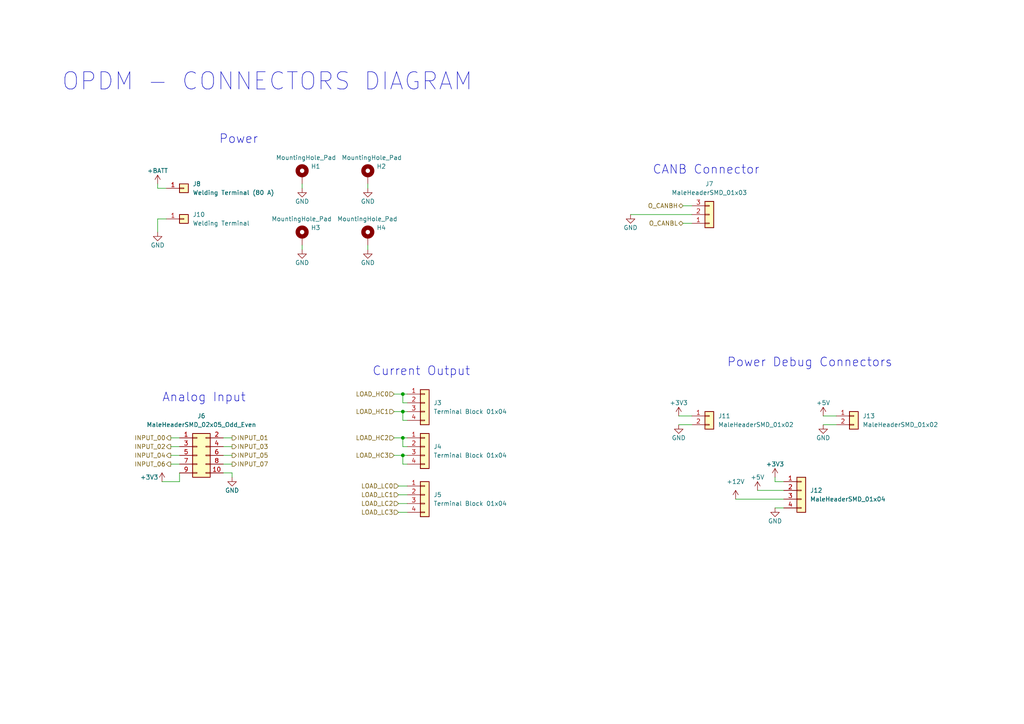
<source format=kicad_sch>
(kicad_sch (version 20211123) (generator eeschema)
  (paper "A4")
  (title_block (date "2023-05-23") (rev "Rev0.1") (company "Breno Niehues dos Santos"))
  (lib_symbols
    (symbol "Connector_Generic:Conn_01x01" (pin_names (offset 1.016) hide)
      (property "Reference" "J" (at 0 2.54 0))
      (property "Value" "Conn_01x01" (at 0 -2.54 0))
      (symbol "Conn_01x01_1_1"
        (rectangle (start -1.27 0.127) (end 0 -0.127) (stroke (width 0.1524)))
        (rectangle (start -1.27 1.27) (end 1.27 -1.27) (stroke (width 0.254)) (fill (type background)))
        (pin passive line (at -5.08 0 0) (length 3.81) (name "Pin_1") (number "1"))
      )
    )
    (symbol "Connector_Generic:Conn_01x02" (pin_names (offset 1.016) hide)
      (property "Reference" "J" (at 0 2.54 0))
      (property "Value" "Conn_01x02" (at 0 -5.08 0))
      (symbol "Conn_01x02_1_1"
        (rectangle (start -1.27 -2.413) (end 0 -2.667) (stroke (width 0.1524)))
        (rectangle (start -1.27 0.127) (end 0 -0.127) (stroke (width 0.1524)))
        (rectangle (start -1.27 1.27) (end 1.27 -3.81) (stroke (width 0.254)) (fill (type background)))
        (pin passive line (at -5.08 0 0) (length 3.81) (name "Pin_1") (number "1"))
        (pin passive line (at -5.08 -2.54 0) (length 3.81) (name "Pin_2") (number "2"))
      )
    )
    (symbol "Connector_Generic:Conn_01x03" (pin_names (offset 1.016) hide)
      (property "Reference" "J" (at 0 5.08 0))
      (property "Value" "Conn_01x03" (at 0 -5.08 0))
      (symbol "Conn_01x03_1_1"
        (rectangle (start -1.27 -2.413) (end 0 -2.667) (stroke (width 0.1524)))
        (rectangle (start -1.27 0.127) (end 0 -0.127) (stroke (width 0.1524)))
        (rectangle (start -1.27 2.667) (end 0 2.413) (stroke (width 0.1524)))
        (rectangle (start -1.27 3.81) (end 1.27 -3.81) (stroke (width 0.254)) (fill (type background)))
        (pin passive line (at -5.08 2.54 0) (length 3.81) (name "Pin_1") (number "1"))
        (pin passive line (at -5.08 0 0) (length 3.81) (name "Pin_2") (number "2"))
        (pin passive line (at -5.08 -2.54 0) (length 3.81) (name "Pin_3") (number "3"))
      )
    )
    (symbol "Connector_Generic:Conn_01x04" (pin_names (offset 1.016) hide)
      (property "Reference" "J" (at 0 5.08 0))
      (property "Value" "Conn_01x04" (at 0 -7.62 0))
      (symbol "Conn_01x04_1_1"
        (rectangle (start -1.27 -4.953) (end 0 -5.207) (stroke (width 0.1524)))
        (rectangle (start -1.27 -2.413) (end 0 -2.667) (stroke (width 0.1524)))
        (rectangle (start -1.27 0.127) (end 0 -0.127) (stroke (width 0.1524)))
        (rectangle (start -1.27 2.667) (end 0 2.413) (stroke (width 0.1524)))
        (rectangle (start -1.27 3.81) (end 1.27 -6.35) (stroke (width 0.254)) (fill (type background)))
        (pin passive line (at -5.08 2.54 0) (length 3.81) (name "Pin_1") (number "1"))
        (pin passive line (at -5.08 0 0) (length 3.81) (name "Pin_2") (number "2"))
        (pin passive line (at -5.08 -2.54 0) (length 3.81) (name "Pin_3") (number "3"))
        (pin passive line (at -5.08 -5.08 0) (length 3.81) (name "Pin_4") (number "4"))
      )
    )
    (symbol "Connector_Generic:Conn_01x20" (pin_names (offset 1.016) hide)
      (property "Reference" "J" (at 0 25.4 0))
      (property "Value" "Conn_01x20" (at 0 -27.94 0))
      (symbol "Conn_01x20_1_1"
        (rectangle (start -1.27 -25.273) (end 0 -25.527) (stroke (width 0.1524)))
        (rectangle (start -1.27 -22.733) (end 0 -22.987) (stroke (width 0.1524)))
        (rectangle (start -1.27 -20.193) (end 0 -20.447) (stroke (width 0.1524)))
        (rectangle (start -1.27 -17.653) (end 0 -17.907) (stroke (width 0.1524)))
        (rectangle (start -1.27 -15.113) (end 0 -15.367) (stroke (width 0.1524)))
        (rectangle (start -1.27 -12.573) (end 0 -12.827) (stroke (width 0.1524)))
        (rectangle (start -1.27 -10.033) (end 0 -10.287) (stroke (width 0.1524)))
        (rectangle (start -1.27 -7.493) (end 0 -7.747) (stroke (width 0.1524)))
        (rectangle (start -1.27 -4.953) (end 0 -5.207) (stroke (width 0.1524)))
        (rectangle (start -1.27 -2.413) (end 0 -2.667) (stroke (width 0.1524)))
        (rectangle (start -1.27 0.127) (end 0 -0.127) (stroke (width 0.1524)))
        (rectangle (start -1.27 2.667) (end 0 2.413) (stroke (width 0.1524)))
        (rectangle (start -1.27 5.207) (end 0 4.953) (stroke (width 0.1524)))
        (rectangle (start -1.27 7.747) (end 0 7.493) (stroke (width 0.1524)))
        (rectangle (start -1.27 10.287) (end 0 10.033) (stroke (width 0.1524)))
        (rectangle (start -1.27 12.827) (end 0 12.573) (stroke (width 0.1524)))
        (rectangle (start -1.27 15.367) (end 0 15.113) (stroke (width 0.1524)))
        (rectangle (start -1.27 17.907) (end 0 17.653) (stroke (width 0.1524)))
        (rectangle (start -1.27 20.447) (end 0 20.193) (stroke (width 0.1524)))
        (rectangle (start -1.27 22.987) (end 0 22.733) (stroke (width 0.1524)))
        (rectangle (start -1.27 24.13) (end 1.27 -26.67) (stroke (width 0.254)) (fill (type background)))
        (pin passive line (at -5.08 22.86 0) (length 3.81) (name "Pin_1") (number "1"))
        (pin passive line (at -5.08 0 0) (length 3.81) (name "Pin_10") (number "10"))
        (pin passive line (at -5.08 -2.54 0) (length 3.81) (name "Pin_11") (number "11"))
        (pin passive line (at -5.08 -5.08 0) (length 3.81) (name "Pin_12") (number "12"))
        (pin passive line (at -5.08 -7.62 0) (length 3.81) (name "Pin_13") (number "13"))
        (pin passive line (at -5.08 -10.16 0) (length 3.81) (name "Pin_14") (number "14"))
        (pin passive line (at -5.08 -12.7 0) (length 3.81) (name "Pin_15") (number "15"))
        (pin passive line (at -5.08 -15.24 0) (length 3.81) (name "Pin_16") (number "16"))
        (pin passive line (at -5.08 -17.78 0) (length 3.81) (name "Pin_17") (number "17"))
        (pin passive line (at -5.08 -20.32 0) (length 3.81) (name "Pin_18") (number "18"))
        (pin passive line (at -5.08 -22.86 0) (length 3.81) (name "Pin_19") (number "19"))
        (pin passive line (at -5.08 20.32 0) (length 3.81) (name "Pin_2") (number "2"))
        (pin passive line (at -5.08 -25.4 0) (length 3.81) (name "Pin_20") (number "20"))
        (pin passive line (at -5.08 17.78 0) (length 3.81) (name "Pin_3") (number "3"))
        (pin passive line (at -5.08 15.24 0) (length 3.81) (name "Pin_4") (number "4"))
        (pin passive line (at -5.08 12.7 0) (length 3.81) (name "Pin_5") (number "5"))
        (pin passive line (at -5.08 10.16 0) (length 3.81) (name "Pin_6") (number "6"))
        (pin passive line (at -5.08 7.62 0) (length 3.81) (name "Pin_7") (number "7"))
        (pin passive line (at -5.08 5.08 0) (length 3.81) (name "Pin_8") (number "8"))
        (pin passive line (at -5.08 2.54 0) (length 3.81) (name "Pin_9") (number "9"))
      )
    )
    (symbol "Connector_Generic:Conn_02x05_Odd_Even" (pin_names (offset 1.016) hide)
      (property "Reference" "J" (at 1.27 7.62 0))
      (property "Value" "Conn_02x05_Odd_Even" (at 1.27 -7.62 0))
      (symbol "Conn_02x05_Odd_Even_1_1"
        (rectangle (start -1.27 -4.953) (end 0 -5.207) (stroke (width 0.1524)))
        (rectangle (start -1.27 -2.413) (end 0 -2.667) (stroke (width 0.1524)))
        (rectangle (start -1.27 0.127) (end 0 -0.127) (stroke (width 0.1524)))
        (rectangle (start -1.27 2.667) (end 0 2.413) (stroke (width 0.1524)))
        (rectangle (start -1.27 5.207) (end 0 4.953) (stroke (width 0.1524)))
        (rectangle (start -1.27 6.35) (end 3.81 -6.35) (stroke (width 0.254)) (fill (type background)))
        (rectangle (start 3.81 -4.953) (end 2.54 -5.207) (stroke (width 0.1524)))
        (rectangle (start 3.81 -2.413) (end 2.54 -2.667) (stroke (width 0.1524)))
        (rectangle (start 3.81 0.127) (end 2.54 -0.127) (stroke (width 0.1524)))
        (rectangle (start 3.81 2.667) (end 2.54 2.413) (stroke (width 0.1524)))
        (rectangle (start 3.81 5.207) (end 2.54 4.953) (stroke (width 0.1524)))
        (pin passive line (at -5.08 5.08 0) (length 3.81) (name "Pin_1") (number "1"))
        (pin passive line (at 7.62 -5.08 180) (length 3.81) (name "Pin_10") (number "10"))
        (pin passive line (at 7.62 5.08 180) (length 3.81) (name "Pin_2") (number "2"))
        (pin passive line (at -5.08 2.54 0) (length 3.81) (name "Pin_3") (number "3"))
        (pin passive line (at 7.62 2.54 180) (length 3.81) (name "Pin_4") (number "4"))
        (pin passive line (at -5.08 0 0) (length 3.81) (name "Pin_5") (number "5"))
        (pin passive line (at 7.62 0 180) (length 3.81) (name "Pin_6") (number "6"))
        (pin passive line (at -5.08 -2.54 0) (length 3.81) (name "Pin_7") (number "7"))
        (pin passive line (at 7.62 -2.54 180) (length 3.81) (name "Pin_8") (number "8"))
        (pin passive line (at -5.08 -5.08 0) (length 3.81) (name "Pin_9") (number "9"))
      )
    )
    (symbol "Mechanical:MountingHole_Pad" (pin_numbers hide) (pin_names (offset 1.016) hide)
      (property "Reference" "H" (at 0 6.35 0))
      (property "Value" "MountingHole_Pad" (at 0 4.445 0))
      (symbol "MountingHole_Pad_0_1"
        (circle (center 0 1.27) (radius 1.27) (stroke (width 1.27)))
      )
      (symbol "MountingHole_Pad_1_1"
        (pin input line (at 0 -2.54 90) (length 2.54) (name "1") (number "1"))
      )
    )
    (symbol "power:+12V" (power) (pin_names (offset 0))
      (property "Value" "+12V" (at 0 3.556 0))
      (symbol "+12V_0_1"
        (polyline (pts (xy -0.762 1.27) (xy 0 2.54)))
        (polyline (pts (xy 0 0) (xy 0 2.54)))
        (polyline (pts (xy 0 2.54) (xy 0.762 1.27)))
      )
      (symbol "+12V_1_1"
        (pin power_in line (at 0 0 90) (length 0) hide (name "+12V") (number "1"))
      )
    )
    (symbol "power:+3V3" (power) (pin_names (offset 0))
      (property "Value" "+3V3" (at 0 3.556 0))
      (symbol "+3V3_0_1"
        (polyline (pts (xy -0.762 1.27) (xy 0 2.54)))
        (polyline (pts (xy 0 0) (xy 0 2.54)))
        (polyline (pts (xy 0 2.54) (xy 0.762 1.27)))
      )
      (symbol "+3V3_1_1"
        (pin power_in line (at 0 0 90) (length 0) hide (name "+3V3") (number "1"))
      )
    )
    (symbol "power:+5V" (power) (pin_names (offset 0))
      (property "Value" "+5V" (at 0 3.556 0))
      (symbol "+5V_0_1"
        (polyline (pts (xy -0.762 1.27) (xy 0 2.54)))
        (polyline (pts (xy 0 0) (xy 0 2.54)))
        (polyline (pts (xy 0 2.54) (xy 0.762 1.27)))
      )
      (symbol "+5V_1_1"
        (pin power_in line (at 0 0 90) (length 0) hide (name "+5V") (number "1"))
      )
    )
    (symbol "power:+BATT" (power) (pin_names (offset 0))
      (property "Value" "+BATT" (at 0 3.556 0))
      (symbol "+BATT_0_1"
        (polyline (pts (xy -0.762 1.27) (xy 0 2.54)))
        (polyline (pts (xy 0 0) (xy 0 2.54)))
        (polyline (pts (xy 0 2.54) (xy 0.762 1.27)))
      )
      (symbol "+BATT_1_1"
        (pin power_in line (at 0 0 90) (length 0) hide (name "+BATT") (number "1"))
      )
    )
    (symbol "power:GND" (power) (pin_names (offset 0))
      (property "Value" "GND" (at 0 -3.81 0))
      (symbol "GND_0_1"
        (polyline (pts (xy 0 0) (xy 0 -1.27) (xy 1.27 -1.27) (xy 0 -2.54) (xy -1.27 -1.27) (xy 0 -1.27)))
      )
      (symbol "GND_1_1"
        (pin power_in line (at 0 0 270) (length 0) hide (name "GND") (number "1"))
      )
    )
  )
  (junction (at 116.84 114.3))
  (junction (at 116.84 132.08))
  (junction (at 116.84 119.38))
  (junction (at -29.21 116.84))
  (junction (at 116.84 127))
  (wire (pts (xy -19.05 119.38) (xy -19.05 121.92)))
  (wire (pts (xy 116.84 116.84) (xy 116.84 114.3)))
  (wire (pts (xy -29.21 119.38) (xy -29.21 116.84)))
  (wire (pts (xy -29.21 144.78) (xy -34.29 144.78)))
  (wire (pts (xy -64.77 134.62) (xy -59.69 134.62)))
  (wire (pts (xy -64.77 127) (xy -59.69 127)))
  (wire (pts (xy -29.21 134.62) (xy -34.29 134.62)))
  (wire (pts (xy 87.63 53.34) (xy 87.63 54.61)))
  (wire (pts (xy 52.07 137.16) (xy 52.07 139.7)))
  (wire (pts (xy 114.3 119.38) (xy 116.84 119.38)))
  (wire (pts (xy -64.77 139.7) (xy -59.69 139.7)))
  (wire (pts (xy 116.84 121.92) (xy 116.84 119.38)))
  (wire (pts (xy 116.84 132.08) (xy 118.11 132.08)))
  (wire (pts (xy 238.76 120.65) (xy 242.57 120.65)))
  (wire (pts (xy -64.77 144.78) (xy -59.69 144.78)))
  (wire (pts (xy -64.77 147.32) (xy -59.69 147.32)))
  (wire (pts (xy -81.28 158.75) (xy -81.28 160.02)))
  (wire (pts (xy 49.53 129.54) (xy 52.07 129.54)))
  (wire (pts (xy -66.04 168.91) (xy -66.04 170.18)))
  (wire (pts (xy 213.36 144.78) (xy 227.33 144.78)))
  (wire (pts (xy -64.77 121.92) (xy -59.69 121.92)))
  (wire (pts (xy -29.21 139.7) (xy -34.29 139.7)))
  (wire (pts (xy 64.77 134.62) (xy 67.31 134.62)))
  (wire (pts (xy 64.77 129.54) (xy 67.31 129.54)))
  (wire (pts (xy 45.72 54.61) (xy 48.26 54.61)))
  (wire (pts (xy -64.77 142.24) (xy -59.69 142.24)))
  (wire (pts (xy 116.84 134.62) (xy 116.84 132.08)))
  (wire (pts (xy 182.88 62.23) (xy 200.66 62.23)))
  (wire (pts (xy 116.84 127) (xy 118.11 127)))
  (wire (pts (xy -64.77 116.84) (xy -59.69 116.84)))
  (wire (pts (xy 242.57 123.19) (xy 238.76 123.19)))
  (wire (pts (xy 116.84 119.38) (xy 118.11 119.38)))
  (wire (pts (xy 200.66 123.19) (xy 196.85 123.19)))
  (wire (pts (xy 115.57 148.59) (xy 118.11 148.59)))
  (wire (pts (xy 227.33 139.7) (xy 224.79 139.7)))
  (wire (pts (xy 118.11 121.92) (xy 116.84 121.92)))
  (wire (pts (xy -29.21 132.08) (xy -34.29 132.08)))
  (wire (pts (xy 49.53 132.08) (xy 52.07 132.08)))
  (wire (pts (xy -34.29 149.86) (xy -30.48 149.86)))
  (wire (pts (xy 49.53 134.62) (xy 52.07 134.62)))
  (wire (pts (xy -34.29 147.32) (xy -30.48 147.32)))
  (wire (pts (xy -63.5 152.4) (xy -59.69 152.4)))
  (wire (pts (xy -62.23 170.18) (xy -62.23 165.1)))
  (wire (pts (xy 224.79 147.32) (xy 227.33 147.32)))
  (wire (pts (xy -34.29 124.46) (xy -30.48 124.46)))
  (wire (pts (xy 67.31 137.16) (xy 67.31 138.43)))
  (wire (pts (xy -34.29 119.38) (xy -29.21 119.38)))
  (wire (pts (xy -64.77 132.08) (xy -59.69 132.08)))
  (wire (pts (xy 116.84 116.84) (xy 118.11 116.84)))
  (wire (pts (xy 116.84 114.3) (xy 118.11 114.3)))
  (wire (pts (xy -34.29 162.56) (xy -29.21 162.56)))
  (wire (pts (xy 45.72 63.5) (xy 48.26 63.5)))
  (wire (pts (xy -29.21 111.76) (xy -29.21 116.84)))
  (wire (pts (xy 64.77 137.16) (xy 67.31 137.16)))
  (wire (pts (xy -29.21 111.76) (xy -25.4 111.76)))
  (wire (pts (xy -64.77 149.86) (xy -59.69 149.86)))
  (wire (pts (xy -19.05 121.92) (xy -34.29 121.92)))
  (wire (pts (xy -25.4 111.76) (xy -25.4 114.3)))
  (wire (pts (xy 198.12 59.69) (xy 200.66 59.69)))
  (wire (pts (xy -64.77 137.16) (xy -59.69 137.16)))
  (wire (pts (xy 196.85 120.65) (xy 200.66 120.65)))
  (wire (pts (xy 224.79 139.7) (xy 224.79 138.43)))
  (wire (pts (xy 198.12 64.77) (xy 200.66 64.77)))
  (wire (pts (xy -34.29 152.4) (xy -29.21 152.4)))
  (wire (pts (xy -29.21 129.54) (xy -34.29 129.54)))
  (wire (pts (xy 106.68 53.34) (xy 106.68 54.61)))
  (wire (pts (xy -64.77 124.46) (xy -59.69 124.46)))
  (wire (pts (xy 115.57 143.51) (xy 118.11 143.51)))
  (wire (pts (xy 64.77 132.08) (xy 67.31 132.08)))
  (wire (pts (xy -64.77 157.48) (xy -59.69 157.48)))
  (wire (pts (xy 114.3 114.3) (xy 116.84 114.3)))
  (wire (pts (xy 52.07 139.7) (xy 46.99 139.7)))
  (wire (pts (xy 49.53 127) (xy 52.07 127)))
  (wire (pts (xy -34.29 160.02) (xy -29.21 160.02)))
  (wire (pts (xy 118.11 134.62) (xy 116.84 134.62)))
  (wire (pts (xy 114.3 127) (xy 116.84 127)))
  (wire (pts (xy -34.29 154.94) (xy -29.21 154.94)))
  (wire (pts (xy -6.35 163.83) (xy -6.35 165.1)))
  (wire (pts (xy 87.63 71.12) (xy 87.63 72.39)))
  (wire (pts (xy -64.77 154.94) (xy -59.69 154.94)))
  (wire (pts (xy -81.28 160.02) (xy -59.69 160.02)))
  (wire (pts (xy 219.71 142.24) (xy 227.33 142.24)))
  (wire (pts (xy -29.21 127) (xy -34.29 127)))
  (wire (pts (xy -29.21 137.16) (xy -34.29 137.16)))
  (wire (pts (xy 115.57 140.97) (xy 118.11 140.97)))
  (wire (pts (xy 45.72 67.31) (xy 45.72 63.5)))
  (wire (pts (xy 115.57 146.05) (xy 118.11 146.05)))
  (wire (pts (xy -62.23 165.1) (xy -59.69 165.1)))
  (wire (pts (xy 118.11 129.54) (xy 116.84 129.54)))
  (wire (pts (xy -29.21 142.24) (xy -34.29 142.24)))
  (wire (pts (xy -64.77 129.54) (xy -59.69 129.54)))
  (wire (pts (xy -34.29 165.1) (xy -6.35 165.1)))
  (wire (pts (xy -34.29 116.84) (xy -29.21 116.84)))
  (wire (pts (xy 116.84 129.54) (xy 116.84 127)))
  (wire (pts (xy -34.29 157.48) (xy -29.21 157.48)))
  (wire (pts (xy 106.68 71.12) (xy 106.68 72.39)))
  (wire (pts (xy 45.72 53.34) (xy 45.72 54.61)))
  (wire (pts (xy -64.77 119.38) (xy -59.69 119.38)))
  (wire (pts (xy 64.77 127) (xy 67.31 127)))
  (wire (pts (xy -74.93 162.56) (xy -59.69 162.56)))
  (wire (pts (xy 114.3 132.08) (xy 116.84 132.08)))
  (wire (pts (xy -66.04 170.18) (xy -62.23 170.18)))
  (text "Analog Input" (at 46.99 116.84 0) (effects (font (size 2.54 2.54)) (justify left bottom)))
  (text "Current Output" (at 107.95 109.22 0) (effects (font (size 2.54 2.54)) (justify left bottom)))
  (text "CANB Connector" (at 189.23 50.8 0) (effects (font (size 2.54 2.54)) (justify left bottom)))
  (text "Power Debug Connectors" (at 210.82 106.68 0) (effects (font (size 2.54 2.54)) (justify left bottom)))
  (text "Power" (at 63.5 41.91 0) (effects (font (size 2.54 2.54)) (justify left bottom)))
  (text "OPDM - CONNECTORS DIAGRAM" (at 17.78 26.67 0) (effects (font (size 5 5)) (justify left bottom)))
  (label "SPI_MOSI" (at -64.77 124.46 180))
  (label "USB+" (at -64.77 137.16 180))
  (label "PDM_AD_INPUTS" (at -29.21 152.4 0))
  (label "PA3" (at -34.29 147.32 0))
  (label "GATE_LC0_SIG" (at -29.21 144.78 0))
  (label "SPI_MISO" (at -64.77 121.92 180))
  (label "SPI_CANC_SS" (at -64.77 116.84 180))
  (label "MUX_INPUTS_A1" (at -29.21 160.02 0))
  (label "GATE_HC3_SIG" (at -29.21 129.54 0))
  (label "GATE_LC3_SIG" (at -29.21 137.16 0))
  (label "GATE_LC2_SIG" (at -29.21 139.7 0))
  (label "CANB_ERR" (at -64.77 129.54 180))
  (label "USB-" (at -64.77 134.62 180))
  (label "GATE_LC1_SIG" (at -29.21 142.24 0))
  (label "CANB_EN" (at -64.77 149.86 180))
  (label "MUX_CUR_SENSE_A2" (at -64.77 144.78 180))
  (label "CURRENT_VOLTAGE_SENS" (at -29.21 154.94 0))
  (label "PB7" (at -63.5 152.4 0))
  (label "PA2" (at -34.29 149.86 0))
  (label "SPI_SCLK" (at -64.77 119.38 180))
  (label "GATE_HC2_SIG" (at -29.21 127 0))
  (label "CANB_RX" (at -64.77 154.94 180))
  (label "GATE_HC0_SIG" (at -29.21 132.08 0))
  (label "CANB_STB" (at -64.77 132.08 180))
  (label "RST" (at -34.29 124.46 0))
  (label "MUX_CUR_SENSE_A1" (at -64.77 142.24 180))
  (label "MUX_INPUTS_A0" (at -29.21 162.56 0))
  (label "MUX_INPUTS_A2" (at -29.21 157.48 0))
  (label "CANC_INTERRUPT" (at -64.77 127 180))
  (label "GATE_HC1_SIG" (at -29.21 134.62 0))
  (label "MUX_CUR_SENSE_A3" (at -64.77 147.32 180))
  (label "CANB_TX" (at -64.77 157.48 180))
  (label "MUX_CUR_SENSE_A0" (at -64.77 139.7 180))
  (hierarchical_label "LOAD_LC3" (shape input) (at 115.57 148.59 180))
  (hierarchical_label "LOAD_LC1" (shape input) (at 115.57 143.51 180))
  (hierarchical_label "INPUT_05" (shape output) (at 67.31 132.08 0))
  (hierarchical_label "INPUT_06" (shape output) (at 49.53 134.62 180))
  (hierarchical_label "INPUT_01" (shape output) (at 67.31 127 0))
  (hierarchical_label "INPUT_04" (shape output) (at 49.53 132.08 180))
  (hierarchical_label "LOAD_LC2" (shape input) (at 115.57 146.05 180))
  (hierarchical_label "LOAD_LC0" (shape input) (at 115.57 140.97 180))
  (hierarchical_label "INPUT_02" (shape output) (at 49.53 129.54 180))
  (hierarchical_label "INPUT_03" (shape output) (at 67.31 129.54 0))
  (hierarchical_label "LOAD_HC1" (shape input) (at 114.3 119.38 180))
  (hierarchical_label "O_CANBL" (shape bidirectional) (at 198.12 64.77 180))
  (hierarchical_label "LOAD_HC2" (shape input) (at 114.3 127 180))
  (hierarchical_label "LOAD_HC0" (shape input) (at 114.3 114.3 180))
  (hierarchical_label "INPUT_00" (shape output) (at 49.53 127 180))
  (hierarchical_label "LOAD_HC3" (shape input) (at 114.3 132.08 180))
  (hierarchical_label "INPUT_07" (shape output) (at 67.31 134.62 0))
  (hierarchical_label "O_CANBH" (shape bidirectional) (at 198.12 59.69 180))
  (symbol (lib_id "power:GND") (at 106.68 72.39 0) (unit 1)
    (property "Reference" "#PWR0150" (effects hide))
    (property "Value" "GND" (at 106.68 76.2 0))
  )
  (symbol (lib_id "power:GND") (at 87.63 54.61 0) (unit 1)
    (property "Reference" "#PWR0168" (effects hide))
    (property "Value" "GND" (at 87.63 58.42 0))
  )
  (symbol (lib_id "power:GND") (at 238.76 123.19 0) (unit 1)
    (property "Reference" "#PWR0157" (effects hide))
    (property "Value" "GND" (at 238.76 127 0))
  )
  (symbol (lib_id "Mechanical:MountingHole_Pad") (at 87.63 68.58 0) (unit 1)
    (property "Reference" "H3" (at 90.17 66.0399 0) (effects (justify left)))
    (property "Value" "MountingHole_Pad" (at 78.74 63.5 0) (effects (justify left)))
    (property "Footprint" "MountingHole:MountingHole_3.2mm_M3_Pad" (effects hide))
  )
  (symbol (lib_id "Connector_Generic:Conn_01x03") (at 205.74 62.23 0) (mirror x) (unit 1)
    (property "Reference" "J7" (at 205.74 53.34 0))
    (property "Value" "MaleHeaderSMD_01x03" (at 205.74 55.88 0))
    (property "Footprint" "Connector_PinHeader_2.54mm:PinHeader_1x03_P2.54mm_Vertical_SMD_Pin1Left" (effects hide))
  )
  (symbol (lib_id "Connector_Generic:Conn_01x04") (at 123.19 116.84 0) (unit 1)
    (property "Reference" "J3" (at 125.73 116.8399 0) (effects (justify left)))
    (property "Value" "Terminal Block 01x04" (at 125.73 119.3799 0) (effects (justify left)))
    (property "Footprint" "TerminalBlock_Phoenix:TerminalBlock_Phoenix_MKDS-3-4-5.08_1x04_P5.08mm_Horizontal" (effects hide))
  )
  (symbol (lib_id "power:+5V") (at 238.76 120.65 0) (unit 1)
    (property "Reference" "#PWR0156" (effects hide))
    (property "Value" "+5V" (at 238.76 116.84 0))
  )
  (symbol (lib_id "Connector_Generic:Conn_01x01") (at 53.34 54.61 0) (unit 1)
    (property "Reference" "J8" (at 55.88 53.3399 0) (effects (justify left)))
    (property "Value" "Welding Terminal (80 A)" (at 55.88 55.8799 0) (effects (justify left)))
    (property "Footprint" "OPDM:Welding_Terminal_T54010B" (effects hide))
  )
  (symbol (lib_id "power:+5V") (at -81.28 158.75 0) (unit 1)
    (property "Reference" "#PWR0166" (effects hide))
    (property "Value" "+5V" (at -81.28 154.94 0))
  )
  (symbol (lib_id "Connector_Generic:Conn_01x01") (at 53.34 63.5 0) (unit 1)
    (property "Reference" "J10" (at 55.88 62.2299 0) (effects (justify left)))
    (property "Value" "Welding Terminal" (at 55.88 64.7699 0) (effects (justify left)))
    (property "Footprint" "OPDM:Welding_Terminal_T54010B" (effects hide))
  )
  (symbol (lib_id "power:+3V3") (at -19.05 119.38 0) (unit 1)
    (property "Reference" "#PWR0153" (effects hide))
    (property "Value" "+3V3" (at -19.05 115.57 0))
  )
  (symbol (lib_id "Connector_Generic:Conn_01x04") (at 123.19 129.54 0) (unit 1)
    (property "Reference" "J4" (at 125.73 129.5399 0) (effects (justify left)))
    (property "Value" "Terminal Block 01x04" (at 125.73 132.0799 0) (effects (justify left)))
    (property "Footprint" "TerminalBlock_Phoenix:TerminalBlock_Phoenix_MKDS-3-4-5.08_1x04_P5.08mm_Horizontal" (effects hide))
  )
  (symbol (lib_id "Connector_Generic:Conn_01x02") (at 247.65 120.65 0) (unit 1)
    (property "Reference" "J13" (at 250.19 120.6499 0) (effects (justify left)))
    (property "Value" "MaleHeaderSMD_01x02" (at 250.19 123.1899 0) (effects (justify left)))
    (property "Footprint" "Connector_PinHeader_2.54mm:PinHeader_1x02_P2.54mm_Vertical_SMD_Pin1Left" (effects hide))
  )
  (symbol (lib_id "Mechanical:MountingHole_Pad") (at 87.63 50.8 0) (unit 1)
    (property "Reference" "H1" (at 90.17 48.2599 0) (effects (justify left)))
    (property "Value" "MountingHole_Pad" (at 80.01 45.72 0) (effects (justify left)))
    (property "Footprint" "MountingHole:MountingHole_3.2mm_M3_Pad" (effects hide))
  )
  (symbol (lib_id "power:+3V3") (at 196.85 120.65 0) (unit 1)
    (property "Reference" "#PWR0164" (effects hide))
    (property "Value" "+3V3" (at 196.85 116.84 0))
  )
  (symbol (lib_id "power:+BATT") (at 45.72 53.34 0) (unit 1)
    (property "Reference" "#PWR0158" (effects hide))
    (property "Value" "+BATT" (at 45.72 49.53 0))
  )
  (symbol (lib_id "power:+3V3") (at 46.99 139.7 0) (unit 1)
    (property "Reference" "#PWR0171" (effects hide))
    (property "Value" "+3V3" (at 40.64 138.43 0) (effects (justify left)))
  )
  (symbol (lib_id "power:+3V3") (at -66.04 168.91 0) (unit 1)
    (property "Reference" "#PWR0152" (effects hide))
    (property "Value" "+3V3" (at -66.04 165.1 0))
  )
  (symbol (lib_id "Connector_Generic:Conn_01x20") (at -39.37 139.7 0) (mirror y) (unit 1) (in_bom no) (on_board no)
    (property "Reference" "J2" (at -39.37 111.76 0))
    (property "Value" "Conn_01x20" (at -39.37 114.3 0))
    (property "Footprint" "Connector_PinHeader_2.54mm:PinHeader_1x20_P2.54mm_Vertical_SMD_Pin1Left" (effects hide))
  )
  (symbol (lib_id "power:GND") (at 182.88 62.23 0) (unit 1)
    (property "Reference" "#PWR0149" (effects hide))
    (property "Value" "GND" (at 182.88 66.04 0))
  )
  (symbol (lib_id "power:+3V3") (at 224.79 138.43 0) (unit 1)
    (property "Reference" "#PWR0162" (effects hide))
    (property "Value" "+3V3" (at 224.79 134.62 0))
  )
  (symbol (lib_id "Connector_Generic:Conn_01x04") (at 123.19 143.51 0) (unit 1)
    (property "Reference" "J5" (at 125.73 143.5099 0) (effects (justify left)))
    (property "Value" "Terminal Block 01x04" (at 125.73 146.0499 0) (effects (justify left)))
    (property "Footprint" "TerminalBlock_Phoenix:TerminalBlock_Phoenix_MKDS-3-4-5.08_1x04_P5.08mm_Horizontal" (effects hide))
  )
  (symbol (lib_id "power:GND") (at 224.79 147.32 0) (unit 1)
    (property "Reference" "#PWR0161" (effects hide))
    (property "Value" "GND" (at 224.79 151.13 0))
  )
  (symbol (lib_id "power:+5V") (at 219.71 142.24 0) (unit 1)
    (property "Reference" "#PWR0159" (effects hide))
    (property "Value" "+5V" (at 219.71 138.43 0))
  )
  (symbol (lib_id "Mechanical:MountingHole_Pad") (at 106.68 50.8 0) (unit 1)
    (property "Reference" "H2" (at 109.22 48.2599 0) (effects (justify left)))
    (property "Value" "MountingHole_Pad" (at 99.06 45.72 0) (effects (justify left)))
    (property "Footprint" "MountingHole:MountingHole_3.2mm_M3_Pad" (effects hide))
  )
  (symbol (lib_id "power:+12V") (at 213.36 144.78 0) (unit 1)
    (property "Reference" "#PWR0160" (effects hide))
    (property "Value" "+12V" (at 213.36 139.7 0))
  )
  (symbol (lib_id "power:GND") (at 67.31 138.43 0) (unit 1)
    (property "Reference" "#PWR0170" (effects hide))
    (property "Value" "GND" (at 67.31 142.24 0))
  )
  (symbol (lib_id "Connector_Generic:Conn_01x02") (at 205.74 120.65 0) (unit 1)
    (property "Reference" "J11" (at 208.28 120.6499 0) (effects (justify left)))
    (property "Value" "MaleHeaderSMD_01x02" (at 208.28 123.1899 0) (effects (justify left)))
    (property "Footprint" "Connector_PinHeader_2.54mm:PinHeader_1x02_P2.54mm_Vertical_SMD_Pin1Left" (effects hide))
  )
  (symbol (lib_id "power:GND") (at 87.63 72.39 0) (unit 1)
    (property "Reference" "#PWR0151" (effects hide))
    (property "Value" "GND" (at 87.63 76.2 0))
  )
  (symbol (lib_id "Connector_Generic:Conn_01x04") (at 232.41 142.24 0) (unit 1)
    (property "Reference" "J12" (at 234.95 142.2399 0) (effects (justify left)))
    (property "Value" "MaleHeaderSMD_01x04" (at 234.95 144.7799 0) (effects (justify left)))
    (property "Footprint" "Connector_PinHeader_2.54mm:PinHeader_1x04_P2.54mm_Vertical_SMD_Pin1Left" (effects hide))
  )
  (symbol (lib_id "Mechanical:MountingHole_Pad") (at 106.68 68.58 0) (unit 1)
    (property "Reference" "H4" (at 109.22 66.0399 0) (effects (justify left)))
    (property "Value" "MountingHole_Pad" (at 97.79 63.5 0) (effects (justify left)))
    (property "Footprint" "MountingHole:MountingHole_3.2mm_M3_Pad" (effects hide))
  )
  (symbol (lib_id "power:+3V3") (at -6.35 163.83 0) (unit 1)
    (property "Reference" "#PWR0155" (effects hide))
    (property "Value" "+3V3" (at -6.35 160.02 0))
  )
  (symbol (lib_id "power:GND") (at -74.93 162.56 0) (unit 1)
    (property "Reference" "#PWR0167" (effects hide))
    (property "Value" "GND" (at -74.93 166.37 0))
  )
  (symbol (lib_id "power:GND") (at 106.68 54.61 0) (unit 1)
    (property "Reference" "#PWR0169" (effects hide))
    (property "Value" "GND" (at 106.68 58.42 0))
  )
  (symbol (lib_id "Connector_Generic:Conn_02x05_Odd_Even") (at 57.15 132.08 0) (unit 1)
    (property "Reference" "J6" (at 58.42 120.65 0))
    (property "Value" "MaleHeaderSMD_02x05_Odd_Even" (at 58.42 123.19 0))
    (property "Footprint" "Connector_PinHeader_2.54mm:PinHeader_2x05_P2.54mm_Vertical" (effects hide))
  )
  (symbol (lib_id "power:GND") (at 45.72 67.31 0) (unit 1)
    (property "Reference" "#PWR0165" (effects hide))
    (property "Value" "GND" (at 45.72 71.12 0))
  )
  (symbol (lib_id "power:GND") (at 196.85 123.19 0) (unit 1)
    (property "Reference" "#PWR0163" (effects hide))
    (property "Value" "GND" (at 196.85 127 0))
  )
  (symbol (lib_id "power:GND") (at -25.4 114.3 0) (unit 1)
    (property "Reference" "#PWR0154" (effects hide))
    (property "Value" "GND" (at -25.4 118.11 0))
  )
  (symbol (lib_id "Connector_Generic:Conn_01x20") (at -54.61 139.7 0) (unit 1) (in_bom no) (on_board no)
    (property "Reference" "J1" (at -54.61 111.76 0))
    (property "Value" "Conn_01x20" (at -54.61 114.3 0))
    (property "Footprint" "Connector_PinHeader_2.54mm:PinHeader_1x20_P2.54mm_Vertical_SMD_Pin1Left" (effects hide))
  )
)
</source>
